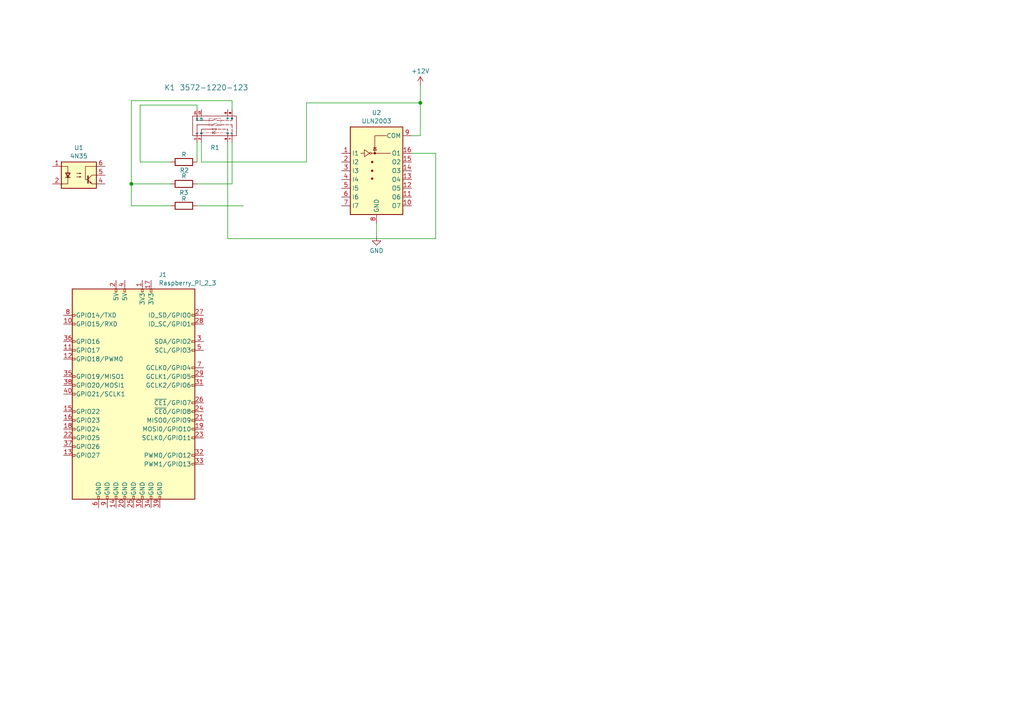
<source format=kicad_sch>
(kicad_sch (version 20230121) (generator eeschema)
  (paper "A4")
  (lib_symbols
    (symbol "3572-1220-123:3572-1220-123" (pin_names (offset 0.254))
      (property "Reference" "K1" (at -14.605 5.715 0))
      (property "Value" "3572-1220-123" (at -10.16 5.715 0))
      (symbol "3572-1220-123_0_1"
        (polyline (pts (xy -0.5715 -6.5405) (xy -0.5715 -6.1595)) (stroke (width 0.127)))
        (polyline (pts (xy -0.5715 -6.5405) (xy 0.4445 -6.5405)) (stroke (width 0.127)))
        (polyline (pts (xy -0.5715 -6.1595) (xy 0.4445 -6.1595)) (stroke (width 0.127)))
        (polyline (pts (xy -0.508 -7.747) (xy -0.508 -6.985)) (stroke (width 0.127)))
        (polyline (pts (xy -0.508 -7.366) (xy 0.127 -7.747)) (stroke (width 0.127)))
        (polyline (pts (xy 0.127 -7.747) (xy 0.1267 -7.0042)) (stroke (width 0.127)))
        (polyline (pts (xy 0.127 -6.985) (xy -0.508 -7.366)) (stroke (width 0.127)))
        (polyline (pts (xy 0.4509 -6.5428) (xy 0.4509 -6.1618)) (stroke (width 0.127)))
      )
      (symbol "3572-1220-123_1_1"
        (rectangle (start -6.35 -2.54) (end 6.35 -8.255))
        (rectangle (start -1.599 -3.1694) (end 1.83 -5.3284) (stroke (width 0.05) (type dash)))
        (polyline (pts (xy -5.08 -5.08) (xy -5.08 -8.255)))
        (polyline (pts (xy -5.08 -5.08) (xy -0.635 -5.08)))
        (polyline (pts (xy -5.08 -3.81) (xy -5.08 -2.54)))
        (polyline (pts (xy -5.08 -3.81) (xy -0.635 -3.81)))
        (polyline (pts (xy -0.635 -5.08) (xy 0.647 -4.5938)))
        (polyline (pts (xy -0.635 -3.81) (xy 0.647 -3.3238)))
        (polyline (pts (xy 0.635 -5.08) (xy 5.08 -5.08)))
        (polyline (pts (xy 0.635 -3.81) (xy 5.08 -3.81)))
        (polyline (pts (xy 3.8097 -7.3636) (xy 0.1691 -7.3659)) (stroke (width 0.05) (type dash)))
        (polyline (pts (xy 5.08 -5.08) (xy 5.08 -8.255)))
        (polyline (pts (xy 5.08 -3.81) (xy 5.08 -2.54)))
        (polyline (pts (xy -3.8216 -7.3636) (xy -1.651 -7.366) (xy -0.5953 -7.365)) (stroke (width 0.05) (type dash)))
        (polyline (pts (xy -3.81 -8.255) (xy -3.81 -6.35) (xy -0.635 -6.35)))
        (polyline (pts (xy 3.81 -8.255) (xy 3.81 -6.35) (xy 0.4772 -6.35)))
        (pin unspecified line (at -5.08 -10.16 90) (length 2) (name "1") (number "1"))
        (pin unspecified line (at -3.81 -0.635 270) (length 2) (name "13") (number "13"))
        (pin unspecified line (at -5.08 -0.635 270) (length 2) (name "14") (number "14"))
        (pin unspecified line (at -3.81 -10.16 90) (length 2) (name "2") (number "2"))
        (pin unspecified line (at 3.81 -10.16 90) (length 2) (name "6") (number "6"))
        (pin unspecified line (at 5.08 -10.16 90) (length 2) (name "7") (number "7"))
        (pin unspecified line (at 5.08 -0.635 270) (length 2) (name "8") (number "8"))
        (pin unspecified line (at 3.81 -0.635 270) (length 2) (name "9") (number "9"))
      )
    )
    (symbol "Connector:Raspberry_Pi_2_3" (pin_names (offset 1.016))
      (property "Reference" "J" (at -17.78 31.75 0))
      (property "Value" "Raspberry_Pi_2_3" (at 10.16 -31.75 0))
      (symbol "Raspberry_Pi_2_3_0_1"
        (rectangle (start -17.78 30.48) (end 17.78 -30.48) (stroke (width 0.254)) (fill (type background)))
      )
      (symbol "Raspberry_Pi_2_3_1_1"
        (rectangle (start -16.891 -17.526) (end -17.78 -18.034))
        (rectangle (start -16.891 -14.986) (end -17.78 -15.494))
        (rectangle (start -16.891 -12.446) (end -17.78 -12.954))
        (rectangle (start -16.891 -9.906) (end -17.78 -10.414))
        (rectangle (start -16.891 -7.366) (end -17.78 -7.874))
        (rectangle (start -16.891 -4.826) (end -17.78 -5.334))
        (rectangle (start -16.891 0.254) (end -17.78 -0.254))
        (rectangle (start -16.891 2.794) (end -17.78 2.286))
        (rectangle (start -16.891 5.334) (end -17.78 4.826))
        (rectangle (start -16.891 10.414) (end -17.78 9.906))
        (rectangle (start -16.891 12.954) (end -17.78 12.446))
        (rectangle (start -16.891 15.494) (end -17.78 14.986))
        (rectangle (start -16.891 20.574) (end -17.78 20.066))
        (rectangle (start -16.891 23.114) (end -17.78 22.606))
        (rectangle (start -10.414 -29.591) (end -9.906 -30.48))
        (rectangle (start -7.874 -29.591) (end -7.366 -30.48))
        (rectangle (start -5.334 -29.591) (end -4.826 -30.48))
        (rectangle (start -5.334 30.48) (end -4.826 29.591))
        (rectangle (start -2.794 -29.591) (end -2.286 -30.48))
        (rectangle (start -2.794 30.48) (end -2.286 29.591))
        (rectangle (start -0.254 -29.591) (end 0.254 -30.48))
        (rectangle (start 2.286 -29.591) (end 2.794 -30.48))
        (rectangle (start 2.286 30.48) (end 2.794 29.591))
        (rectangle (start 4.826 -29.591) (end 5.334 -30.48))
        (rectangle (start 4.826 30.48) (end 5.334 29.591))
        (rectangle (start 7.366 -29.591) (end 7.874 -30.48))
        (rectangle (start 17.78 -20.066) (end 16.891 -20.574))
        (rectangle (start 17.78 -17.526) (end 16.891 -18.034))
        (rectangle (start 17.78 -12.446) (end 16.891 -12.954))
        (rectangle (start 17.78 -9.906) (end 16.891 -10.414))
        (rectangle (start 17.78 -7.366) (end 16.891 -7.874))
        (rectangle (start 17.78 -4.826) (end 16.891 -5.334))
        (rectangle (start 17.78 -2.286) (end 16.891 -2.794))
        (rectangle (start 17.78 2.794) (end 16.891 2.286))
        (rectangle (start 17.78 5.334) (end 16.891 4.826))
        (rectangle (start 17.78 7.874) (end 16.891 7.366))
        (rectangle (start 17.78 12.954) (end 16.891 12.446))
        (rectangle (start 17.78 15.494) (end 16.891 14.986))
        (rectangle (start 17.78 20.574) (end 16.891 20.066))
        (rectangle (start 17.78 23.114) (end 16.891 22.606))
        (pin power_in line (at 2.54 33.02 270) (length 2.54) (name "3V3") (number "1"))
        (pin bidirectional line (at -20.32 20.32 0) (length 2.54) (name "GPIO15/RXD") (number "10"))
        (pin bidirectional line (at -20.32 12.7 0) (length 2.54) (name "GPIO17") (number "11"))
        (pin bidirectional line (at -20.32 10.16 0) (length 2.54) (name "GPIO18/PWM0") (number "12"))
        (pin bidirectional line (at -20.32 -17.78 0) (length 2.54) (name "GPIO27") (number "13"))
        (pin power_in line (at -5.08 -33.02 90) (length 2.54) (name "GND") (number "14"))
        (pin bidirectional line (at -20.32 -5.08 0) (length 2.54) (name "GPIO22") (number "15"))
        (pin bidirectional line (at -20.32 -7.62 0) (length 2.54) (name "GPIO23") (number "16"))
        (pin power_in line (at 5.08 33.02 270) (length 2.54) (name "3V3") (number "17"))
        (pin bidirectional line (at -20.32 -10.16 0) (length 2.54) (name "GPIO24") (number "18"))
        (pin bidirectional line (at 20.32 -10.16 180) (length 2.54) (name "MOSI0/GPIO10") (number "19"))
        (pin power_in line (at -5.08 33.02 270) (length 2.54) (name "5V") (number "2"))
        (pin power_in line (at -2.54 -33.02 90) (length 2.54) (name "GND") (number "20"))
        (pin bidirectional line (at 20.32 -7.62 180) (length 2.54) (name "MISO0/GPIO9") (number "21"))
        (pin bidirectional line (at -20.32 -12.7 0) (length 2.54) (name "GPIO25") (number "22"))
        (pin bidirectional line (at 20.32 -12.7 180) (length 2.54) (name "SCLK0/GPIO11") (number "23"))
        (pin bidirectional line (at 20.32 -5.08 180) (length 2.54) (name "~{CE0}/GPIO8") (number "24"))
        (pin power_in line (at 0 -33.02 90) (length 2.54) (name "GND") (number "25"))
        (pin bidirectional line (at 20.32 -2.54 180) (length 2.54) (name "~{CE1}/GPIO7") (number "26"))
        (pin bidirectional line (at 20.32 22.86 180) (length 2.54) (name "ID_SD/GPIO0") (number "27"))
        (pin bidirectional line (at 20.32 20.32 180) (length 2.54) (name "ID_SC/GPIO1") (number "28"))
        (pin bidirectional line (at 20.32 5.08 180) (length 2.54) (name "GCLK1/GPIO5") (number "29"))
        (pin bidirectional line (at 20.32 15.24 180) (length 2.54) (name "SDA/GPIO2") (number "3"))
        (pin power_in line (at 2.54 -33.02 90) (length 2.54) (name "GND") (number "30"))
        (pin bidirectional line (at 20.32 2.54 180) (length 2.54) (name "GCLK2/GPIO6") (number "31"))
        (pin bidirectional line (at 20.32 -17.78 180) (length 2.54) (name "PWM0/GPIO12") (number "32"))
        (pin bidirectional line (at 20.32 -20.32 180) (length 2.54) (name "PWM1/GPIO13") (number "33"))
        (pin power_in line (at 5.08 -33.02 90) (length 2.54) (name "GND") (number "34"))
        (pin bidirectional line (at -20.32 5.08 0) (length 2.54) (name "GPIO19/MISO1") (number "35"))
        (pin bidirectional line (at -20.32 15.24 0) (length 2.54) (name "GPIO16") (number "36"))
        (pin bidirectional line (at -20.32 -15.24 0) (length 2.54) (name "GPIO26") (number "37"))
        (pin bidirectional line (at -20.32 2.54 0) (length 2.54) (name "GPIO20/MOSI1") (number "38"))
        (pin power_in line (at 7.62 -33.02 90) (length 2.54) (name "GND") (number "39"))
        (pin power_in line (at -2.54 33.02 270) (length 2.54) (name "5V") (number "4"))
        (pin bidirectional line (at -20.32 0 0) (length 2.54) (name "GPIO21/SCLK1") (number "40"))
        (pin bidirectional line (at 20.32 12.7 180) (length 2.54) (name "SCL/GPIO3") (number "5"))
        (pin power_in line (at -10.16 -33.02 90) (length 2.54) (name "GND") (number "6"))
        (pin bidirectional line (at 20.32 7.62 180) (length 2.54) (name "GCLK0/GPIO4") (number "7"))
        (pin bidirectional line (at -20.32 22.86 0) (length 2.54) (name "GPIO14/TXD") (number "8"))
        (pin power_in line (at -7.62 -33.02 90) (length 2.54) (name "GND") (number "9"))
      )
    )
    (symbol "Device:R" (pin_numbers hide) (pin_names (offset 0))
      (property "Reference" "R" (at 2.032 0 90))
      (property "Value" "R" (at 0 0 90))
      (symbol "R_0_1"
        (rectangle (start -1.016 -2.54) (end 1.016 2.54) (stroke (width 0.254)))
      )
      (symbol "R_1_1"
        (pin passive line (at 0 3.81 270) (length 1.27) (name "~") (number "1"))
        (pin passive line (at 0 -3.81 90) (length 1.27) (name "~") (number "2"))
      )
    )
    (symbol "Isolator:4N35" (pin_names (offset 1.016))
      (property "Reference" "U" (at -5.08 5.08 0))
      (property "Value" "4N35" (at 0 5.08 0))
      (symbol "4N35_0_1"
        (rectangle (start -5.08 3.81) (end 5.08 -3.81) (stroke (width 0.254)) (fill (type background)))
        (polyline (pts (xy -3.81 -0.635) (xy -2.54 -0.635)) (stroke (width 0.254)))
        (polyline (pts (xy 2.667 -1.397) (xy 3.81 -2.54)))
        (polyline (pts (xy 2.667 -1.143) (xy 3.81 0)))
        (polyline (pts (xy 3.81 -2.54) (xy 5.08 -2.54)))
        (polyline (pts (xy 3.81 0) (xy 5.08 0)))
        (polyline (pts (xy 2.667 -0.254) (xy 2.667 -2.286) (xy 2.667 -2.286)) (stroke (width 0.3556)))
        (polyline (pts (xy -5.08 -2.54) (xy -3.175 -2.54) (xy -3.175 2.54) (xy -5.08 2.54)))
        (polyline (pts (xy -3.175 -0.635) (xy -3.81 0.635) (xy -2.54 0.635) (xy -3.175 -0.635)) (stroke (width 0.254)))
        (polyline (pts (xy 3.683 -2.413) (xy 3.429 -1.905) (xy 3.175 -2.159) (xy 3.683 -2.413)))
        (polyline (pts (xy 5.08 2.54) (xy 1.905 2.54) (xy 1.905 -1.27) (xy 2.54 -1.27)))
        (polyline (pts (xy -0.635 -0.508) (xy 0.635 -0.508) (xy 0.254 -0.635) (xy 0.254 -0.381) (xy 0.635 -0.508)))
        (polyline (pts (xy -0.635 0.508) (xy 0.635 0.508) (xy 0.254 0.381) (xy 0.254 0.635) (xy 0.635 0.508)))
      )
      (symbol "4N35_1_1"
        (pin passive line (at -7.62 2.54 0) (length 2.54) (name "~") (number "1"))
        (pin passive line (at -7.62 -2.54 0) (length 2.54) (name "~") (number "2"))
        (pin no_connect line (at -5.08 0 0) (length 2.54) hide (name "NC") (number "3"))
        (pin passive line (at 7.62 -2.54 180) (length 2.54) (name "~") (number "4"))
        (pin passive line (at 7.62 0 180) (length 2.54) (name "~") (number "5"))
        (pin passive line (at 7.62 2.54 180) (length 2.54) (name "~") (number "6"))
      )
    )
    (symbol "Transistor_Array:ULN2003"
      (property "Reference" "U" (at 0 15.875 0))
      (property "Value" "ULN2003" (at 0 13.97 0))
      (symbol "ULN2003_0_1"
        (rectangle (start -7.62 -12.7) (end 7.62 12.7) (stroke (width 0.254)) (fill (type background)))
        (circle (center -1.778 5.08) (radius 0.254))
        (circle (center -1.27 -2.286) (radius 0.254) (fill (type outline)))
        (circle (center -1.27 0) (radius 0.254) (fill (type outline)))
        (circle (center -1.27 2.54) (radius 0.254) (fill (type outline)))
        (circle (center -0.508 5.08) (radius 0.254) (fill (type outline)))
        (polyline (pts (xy -4.572 5.08) (xy -3.556 5.08)))
        (polyline (pts (xy -1.524 5.08) (xy 4.064 5.08)))
        (polyline (pts (xy 0 6.731) (xy -1.016 6.731)))
        (polyline (pts (xy -0.508 5.08) (xy -0.508 10.16) (xy 2.921 10.16)))
        (polyline (pts (xy -3.556 6.096) (xy -3.556 4.064) (xy -2.032 5.08) (xy -3.556 6.096)))
        (polyline (pts (xy 0 5.969) (xy -1.016 5.969) (xy -0.508 6.731) (xy 0 5.969)))
      )
      (symbol "ULN2003_1_1"
        (pin input line (at -10.16 5.08 0) (length 2.54) (name "I1") (number "1"))
        (pin open_collector line (at 10.16 -10.16 180) (length 2.54) (name "O7") (number "10"))
        (pin open_collector line (at 10.16 -7.62 180) (length 2.54) (name "O6") (number "11"))
        (pin open_collector line (at 10.16 -5.08 180) (length 2.54) (name "O5") (number "12"))
        (pin open_collector line (at 10.16 -2.54 180) (length 2.54) (name "O4") (number "13"))
        (pin open_collector line (at 10.16 0 180) (length 2.54) (name "O3") (number "14"))
        (pin open_collector line (at 10.16 2.54 180) (length 2.54) (name "O2") (number "15"))
        (pin open_collector line (at 10.16 5.08 180) (length 2.54) (name "O1") (number "16"))
        (pin input line (at -10.16 2.54 0) (length 2.54) (name "I2") (number "2"))
        (pin input line (at -10.16 0 0) (length 2.54) (name "I3") (number "3"))
        (pin input line (at -10.16 -2.54 0) (length 2.54) (name "I4") (number "4"))
        (pin input line (at -10.16 -5.08 0) (length 2.54) (name "I5") (number "5"))
        (pin input line (at -10.16 -7.62 0) (length 2.54) (name "I6") (number "6"))
        (pin input line (at -10.16 -10.16 0) (length 2.54) (name "I7") (number "7"))
        (pin power_in line (at 0 -15.24 90) (length 2.54) (name "GND") (number "8"))
        (pin passive line (at 10.16 10.16 180) (length 2.54) (name "COM") (number "9"))
      )
    )
    (symbol "power:+12V" (power) (pin_names (offset 0))
      (property "Value" "+12V" (at 0 3.556 0))
      (symbol "+12V_0_1"
        (polyline (pts (xy -0.762 1.27) (xy 0 2.54)))
        (polyline (pts (xy 0 0) (xy 0 2.54)))
        (polyline (pts (xy 0 2.54) (xy 0.762 1.27)))
      )
      (symbol "+12V_1_1"
        (pin power_in line (at 0 0 90) (length 0) hide (name "+12V") (number "1"))
      )
    )
    (symbol "power:GND" (power) (pin_names (offset 0))
      (property "Value" "GND" (at 0 -3.81 0))
      (symbol "GND_0_1"
        (polyline (pts (xy 0 0) (xy 0 -1.27) (xy 1.27 -1.27) (xy 0 -2.54) (xy -1.27 -1.27) (xy 0 -1.27)))
      )
      (symbol "GND_1_1"
        (pin power_in line (at 0 0 270) (length 0) hide (name "GND") (number "1"))
      )
    )
  )
  (junction (at 38.1 53.34))
  (junction (at 121.92 29.845))
  (wire (pts (xy 126.365 44.45) (xy 119.38 44.45)))
  (wire (pts (xy 121.92 24.765) (xy 121.92 29.845)))
  (wire (pts (xy 58.42 41.275) (xy 58.42 46.99)))
  (wire (pts (xy 38.1 29.21) (xy 38.1 53.34)))
  (wire (pts (xy 67.31 29.21) (xy 67.31 31.75)))
  (wire (pts (xy 66.04 69.215) (xy 126.365 69.215)))
  (wire (pts (xy 126.365 69.215) (xy 126.365 44.45)))
  (wire (pts (xy 57.15 31.75) (xy 57.15 30.48)))
  (wire (pts (xy 121.92 29.845) (xy 121.92 39.37)))
  (wire (pts (xy 88.9 46.99) (xy 88.9 29.845)))
  (wire (pts (xy 66.04 41.275) (xy 66.04 69.215)))
  (wire (pts (xy 67.31 41.275) (xy 67.31 53.34)))
  (wire (pts (xy 119.38 39.37) (xy 121.92 39.37)))
  (wire (pts (xy 57.15 41.275) (xy 57.15 46.99)))
  (wire (pts (xy 38.1 29.21) (xy 67.31 29.21)))
  (wire (pts (xy 40.64 46.99) (xy 49.53 46.99)))
  (wire (pts (xy 58.42 46.99) (xy 88.9 46.99)))
  (wire (pts (xy 40.64 30.48) (xy 40.64 46.99)))
  (wire (pts (xy 88.9 29.845) (xy 121.92 29.845)))
  (wire (pts (xy 38.1 53.34) (xy 49.53 53.34)))
  (wire (pts (xy 57.15 59.69) (xy 70.612 59.69)))
  (wire (pts (xy 38.1 53.34) (xy 38.1 59.69)))
  (wire (pts (xy 40.64 30.48) (xy 57.15 30.48)))
  (wire (pts (xy 109.22 64.77) (xy 109.22 68.58)))
  (wire (pts (xy 38.1 59.69) (xy 49.53 59.69)))
  (wire (pts (xy 57.15 53.34) (xy 67.31 53.34)))
  (symbol (lib_id "Device:R") (at 53.34 46.99 90) (unit 1)
    (property "Reference" "R1" (at 62.357 42.799 90))
    (property "Value" "R" (at 53.34 44.831 90))
  )
  (symbol (lib_id "Isolator:4N35") (at 22.86 50.8 0) (unit 1)
    (property "Reference" "U1" (at 22.86 42.8457 0))
    (property "Value" "4N35" (at 22.86 45.2699 0))
    (property "Footprint" "Package_DIP:DIP-6_W7.62mm" (effects hide))
    (property "Datasheet" "https://www.vishay.com/docs/81181/4n35.pdf" (effects hide))
  )
  (symbol (lib_id "Connector:Raspberry_Pi_2_3") (at 38.735 114.3 0) (unit 1)
    (property "Reference" "J1" (at 46.0091 79.6757 0) (effects (justify left)))
    (property "Value" "Raspberry_Pi_2_3" (at 46.0091 82.0999 0) (effects (justify left)))
    (property "Datasheet" "https://www.raspberrypi.org/documentation/hardware/raspberrypi/schematics/rpi_SCH_3bplus_1p0_reduced.pdf" (effects hide))
  )
  (symbol (lib_id "power:GND") (at 109.22 68.58 0) (unit 1)
    (property "Reference" "#PWR02" (effects hide))
    (property "Value" "GND" (at 109.22 72.7131 0))
  )
  (symbol (lib_id "Transistor_Array:ULN2003") (at 109.22 49.53 0) (unit 1)
    (property "Reference" "U2" (at 109.22 32.6857 0))
    (property "Value" "ULN2003" (at 109.22 35.1099 0))
    (property "Datasheet" "http://www.ti.com/lit/ds/symlink/uln2003a.pdf" (effects hide))
  )
  (symbol (lib_id "Device:R") (at 53.34 53.34 90) (unit 1)
    (property "Reference" "R2" (at 53.467 49.403 90))
    (property "Value" "R" (at 53.34 51.054 90))
  )
  (symbol (lib_id "3572-1220-123:3572-1220-123") (at 62.23 31.115 0) (unit 1)
    (property "Reference" "K1" (at 47.625 25.4 0) (effects (font (size 1.524 1.524)) (justify left)))
    (property "Value" "3572-1220-123" (at 52.07 25.4 0) (effects (font (size 1.524 1.524)) (justify left)))
    (property "Footprint" "RELAY8_3572-1220-053_COM" (effects hide))
    (property "Datasheet" "3572-1220-053" (effects hide))
  )
  (symbol (lib_id "power:+12V") (at 121.92 24.765 0) (unit 1)
    (property "Reference" "#PWR01" (effects hide))
    (property "Value" "+12V" (at 121.92 20.6319 0))
  )
  (symbol (lib_id "Device:R") (at 53.34 59.69 90) (unit 1)
    (property "Reference" "R3" (at 53.34 55.88 90))
    (property "Value" "R" (at 53.34 57.658 90))
  )
)
</source>
